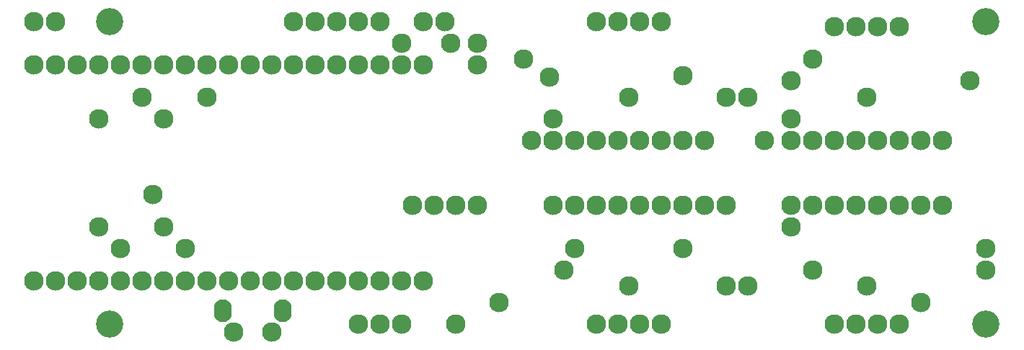
<source format=gbr>
%TF.GenerationSoftware,KiCad,Pcbnew,(5.1.6)-1*%
%TF.CreationDate,2022-11-17T17:51:58-05:00*%
%TF.ProjectId,pcb,7063622e-6b69-4636-9164-5f7063625858,rev?*%
%TF.SameCoordinates,Original*%
%TF.FileFunction,Soldermask,Bot*%
%TF.FilePolarity,Negative*%
%FSLAX46Y46*%
G04 Gerber Fmt 4.6, Leading zero omitted, Abs format (unit mm)*
G04 Created by KiCad (PCBNEW (5.1.6)-1) date 2022-11-17 17:51:58*
%MOMM*%
%LPD*%
G01*
G04 APERTURE LIST*
%ADD10C,2.300000*%
%ADD11C,2.100000*%
%ADD12C,3.200000*%
G04 APERTURE END LIST*
D10*
%TO.C,U3*%
X5080000Y34290000D03*
X7620000Y34290000D03*
X10160000Y34290000D03*
X12700000Y34290000D03*
X15240000Y34290000D03*
X17780000Y34290000D03*
X20320000Y34290000D03*
X22860000Y34290000D03*
X25400000Y34290000D03*
X27940000Y34290000D03*
X30480000Y34290000D03*
X33020000Y34290000D03*
X35560000Y34290000D03*
X38100000Y34290000D03*
X40640000Y34290000D03*
X43180000Y34290000D03*
X45720000Y34290000D03*
X48260000Y34290000D03*
X50800000Y34290000D03*
X50800000Y8890000D03*
X48260000Y8890000D03*
X45720000Y8890000D03*
X43180000Y8890000D03*
X40640000Y8890000D03*
X38100000Y8890000D03*
X35560000Y8890000D03*
X33020000Y8890000D03*
X30480000Y8890000D03*
X27940000Y8890000D03*
X25400000Y8890000D03*
X22860000Y8890000D03*
X20320000Y8890000D03*
X17780000Y8890000D03*
X15240000Y8890000D03*
X12700000Y8890000D03*
X10160000Y8890000D03*
X7620000Y8890000D03*
X5080000Y8890000D03*
%TD*%
%TO.C,R1*%
X25400000Y30480000D03*
X17780000Y30480000D03*
%TD*%
%TO.C,R2*%
X12700000Y27940000D03*
X20320000Y27940000D03*
%TD*%
%TO.C,C1*%
X116840000Y10160000D03*
X116840000Y12700000D03*
%TD*%
%TO.C,C2*%
X57150000Y34290000D03*
X57150000Y36830000D03*
%TD*%
%TO.C,J1*%
X106680000Y3810000D03*
X104140000Y3810000D03*
X101600000Y3810000D03*
X99060000Y3810000D03*
%TD*%
%TO.C,J3*%
X71120000Y39370000D03*
X73660000Y39370000D03*
X76200000Y39370000D03*
X78740000Y39370000D03*
%TD*%
%TO.C,J4*%
X7620000Y39370000D03*
X5080000Y39370000D03*
%TD*%
%TO.C,J5*%
X50800000Y39370000D03*
X53340000Y39370000D03*
%TD*%
%TO.C,J6*%
X35560000Y39370000D03*
X38100000Y39370000D03*
X40640000Y39370000D03*
X43180000Y39370000D03*
X45720000Y39370000D03*
%TD*%
%TO.C,J7*%
X43180000Y3810000D03*
X45720000Y3810000D03*
X48260000Y3810000D03*
%TD*%
%TO.C,R3*%
X12700000Y15240000D03*
X20320000Y15240000D03*
%TD*%
%TO.C,U1*%
X66040000Y25400000D03*
X83820000Y17780000D03*
X68580000Y25400000D03*
X81280000Y17780000D03*
X71120000Y25400000D03*
X78740000Y17780000D03*
X73660000Y25400000D03*
X76200000Y17780000D03*
X76200000Y25400000D03*
X73660000Y17780000D03*
X78740000Y25400000D03*
X71120000Y17780000D03*
X81280000Y25400000D03*
X68580000Y17780000D03*
X83820000Y25400000D03*
X66040000Y17780000D03*
%TD*%
%TO.C,U2*%
X93980000Y17780000D03*
X111760000Y25400000D03*
X96520000Y17780000D03*
X109220000Y25400000D03*
X99060000Y17780000D03*
X106680000Y25400000D03*
X101600000Y17780000D03*
X104140000Y25400000D03*
X104140000Y17780000D03*
X101600000Y25400000D03*
X106680000Y17780000D03*
X99060000Y25400000D03*
X109220000Y17780000D03*
X96520000Y25400000D03*
X111760000Y17780000D03*
X93980000Y25400000D03*
%TD*%
%TO.C,R4*%
X22860000Y12700000D03*
X15240000Y12700000D03*
%TD*%
%TO.C,J8*%
X106680000Y38735000D03*
X104140000Y38735000D03*
X101600000Y38735000D03*
X99060000Y38735000D03*
%TD*%
%TO.C,J9*%
X71120000Y3810000D03*
X73660000Y3810000D03*
X76200000Y3810000D03*
X78740000Y3810000D03*
%TD*%
D11*
%TO.C,SW1*%
X27260000Y5080000D03*
D10*
X28520000Y2890000D03*
X33020000Y2890000D03*
D11*
X34270000Y5080000D03*
X27260000Y5680000D03*
X34270000Y5680000D03*
%TD*%
D10*
X74930000Y30480000D03*
X86360000Y30480000D03*
X88900000Y30480000D03*
X102870000Y30480000D03*
X74930000Y8255000D03*
X86360000Y8255000D03*
X88900000Y8255000D03*
X102870000Y8255000D03*
D12*
X13970000Y39370000D03*
X13970000Y3810000D03*
X116840000Y3810000D03*
X116840000Y39370000D03*
D10*
X63500000Y25400000D03*
X66040000Y27940000D03*
X54610000Y3810000D03*
X93980000Y27940000D03*
X93980000Y32385000D03*
X90805000Y25400000D03*
X114935000Y32385000D03*
X86360000Y17780000D03*
X54610000Y17780000D03*
X52070000Y17780000D03*
X19050000Y19050000D03*
X49530000Y17780000D03*
X48260000Y36830000D03*
X53975000Y36830000D03*
X93980000Y15240000D03*
X57150000Y17780000D03*
X96520000Y34925000D03*
X62497643Y34925000D03*
X81280000Y33020000D03*
X65543411Y32881589D03*
X67310000Y10160000D03*
X96520000Y10160000D03*
X81280000Y12700000D03*
X68580000Y12700000D03*
X109220000Y6350000D03*
X59690000Y6350000D03*
M02*

</source>
